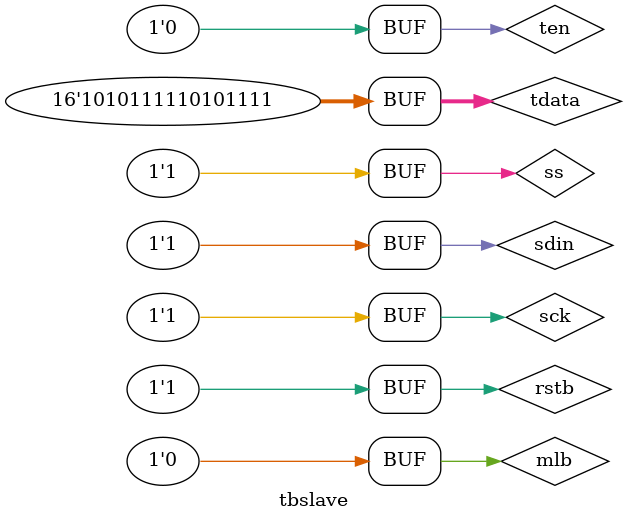
<source format=v>
`timescale 1ns/10ps

module tbslave;
    reg rstb = 1'b0;
    reg ten = 1'b0;
    reg [15:0] tdata = 16'h0000;
    reg mlb = 1'b0;
    reg ss = 1'b0;
    reg sck = 1'b0;
    reg sdin = 1'b0;
    wire sdout;
    wire done;
    wire [15:0] rdata;


    SPI_slave UUT (
        .rstb(rstb),
        .ten(ten),
        .tdata(tdata),
        .sck(sck),
        .mosi(sdin),
        .miso(sdout),
        .done(done),
        .rdata(rdata));

    initial begin
        // -------------  Current Time:  100ns
        #100;
        ss = 1'b1;
        sck = 1'b1;
        sdin = 1'b1;
        // -------------------------------------
        // -------------  Current Time:  120ns
        #20;
        rstb = 1'b1;
        // -------------------------------------
        // -------------  Current Time:  140ns
        #20;
        ten = 1'b1;
        mlb = 1'b1;
        tdata = 16'hAAAA;
        // -------------------------------------
        // -------------  Current Time:  160ns
        #20;
        ss = 1'b0;
        // -------------------------------------
        // -------------  Current Time:  180ns
        #20;
        sck = 1'b0;
        sdin = 1'b1;
        // -------------------------------------
        // -------------  Current Time:  200ns
        #20;
        sck = 1'b1;
        // -------------------------------------
        // -------------  Current Time:  220ns
        #20;
        sck = 1'b0;
        sdin = 1'b1;
        // -------------------------------------
        // -------------  Current Time:  240ns
        #20;
        sck = 1'b1;
        // -------------------------------------
        // -------------  Current Time:  260ns
        #20;
        sck = 1'b0;
        sdin = 1'b0;
        // -------------------------------------
        // -------------  Current Time:  280ns
        #20;
        sck = 1'b1;
        // -------------------------------------
        // -------------  Current Time:  300ns
        #20;
        sck = 1'b0;
        sdin = 1'b1;
        // -------------------------------------
        // -------------  Current Time:  320ns
        #20;
        sck = 1'b1;
        // -------------------------------------
        // -------------  Current Time:  340ns
        #20;
        sck = 1'b0;
        sdin = 1'b0;
        // -------------------------------------
        // -------------  Current Time:  360ns
        #20;
        sck = 1'b1;
        // -------------------------------------
        // -------------  Current Time:  380ns
        #20;
        sck = 1'b0;
        sdin = 1'b1;
        // -------------------------------------
        // -------------  Current Time:  400ns
        #20;
        sck = 1'b1;
        // -------------------------------------
        // -------------  Current Time:  420ns
        #20;
        sck = 1'b0;
        sdin = 1'b0;
        // -------------------------------------
        // -------------  Current Time:  440ns
        #20;
        sck = 1'b1;
        // -------------------------------------
        // -------------  Current Time:  460ns
        #20;
        sck = 1'b0;
        sdin = 1'b1;
        // -------------------------------------
        // -------------  Current Time:  480ns
        #20;
        sck = 1'b1;
        // -------------------------------------
        // -------------  Current Time:  500ns
        #20;
        ss = 1'b1;
        // -------------------------------------
        // -------------  Current Time:  520ns
        #20;
        ten = 1'b0;

		
		#200  ten = 1'b1;        mlb = 1'b0;         tdata = 16'hAFAF;
        #20        ss = 1'b0;
        #20       sck = 1'b0;
        sdin = 1'b0;
        #20        sck = 1'b1;
        #20        sck = 1'b0;
        sdin = 1'b1;
        #20        sck = 1'b1;

        #20        sck = 1'b0;
        sdin = 1'b0;
        #20        sck = 1'b1;
        #20        sck = 1'b0;
        sdin = 1'b1;
        #20        sck = 1'b1;
        #20        sck = 1'b0;
        sdin = 1'b0;
        #20        sck = 1'b1;
        #20        sck = 1'b0;
        sdin = 1'b1;
        #20        sck = 1'b1;
        #20        sck = 1'b0;
        sdin = 1'b0;
        #20        sck = 1'b1;
        #20        sck = 1'b0;
        sdin = 1'b1;
        #20        sck = 1'b1;
        #20         ss = 1'b1;
        #20         ten = 1'b0;
		#100;

	end

endmodule


</source>
